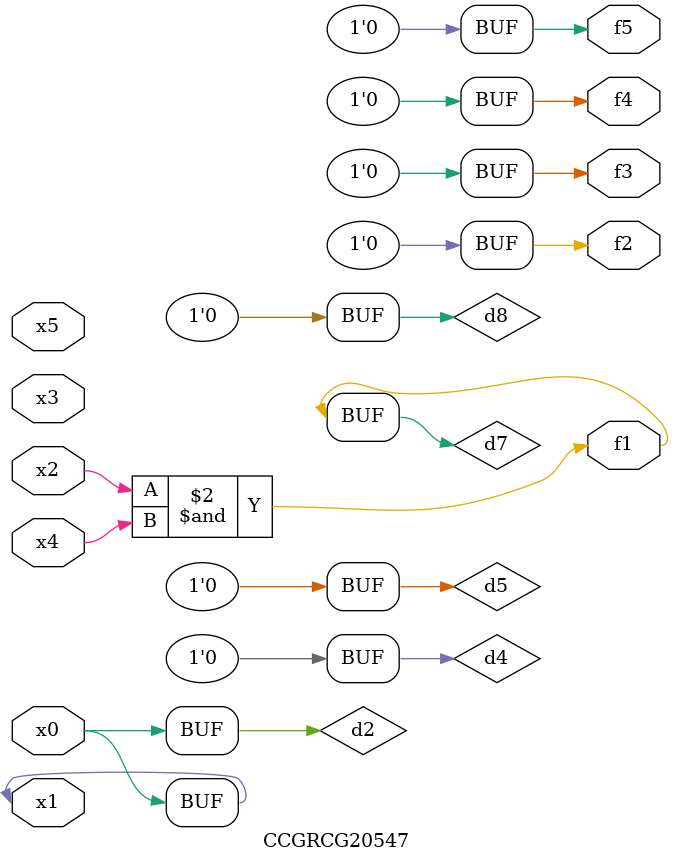
<source format=v>
module CCGRCG20547(
	input x0, x1, x2, x3, x4, x5,
	output f1, f2, f3, f4, f5
);

	wire d1, d2, d3, d4, d5, d6, d7, d8, d9;

	nand (d1, x1);
	buf (d2, x0, x1);
	nand (d3, x2, x4);
	and (d4, d1, d2);
	and (d5, d1, d2);
	nand (d6, d1, d3);
	not (d7, d3);
	xor (d8, d5);
	nor (d9, d5, d6);
	assign f1 = d7;
	assign f2 = d8;
	assign f3 = d8;
	assign f4 = d8;
	assign f5 = d8;
endmodule

</source>
